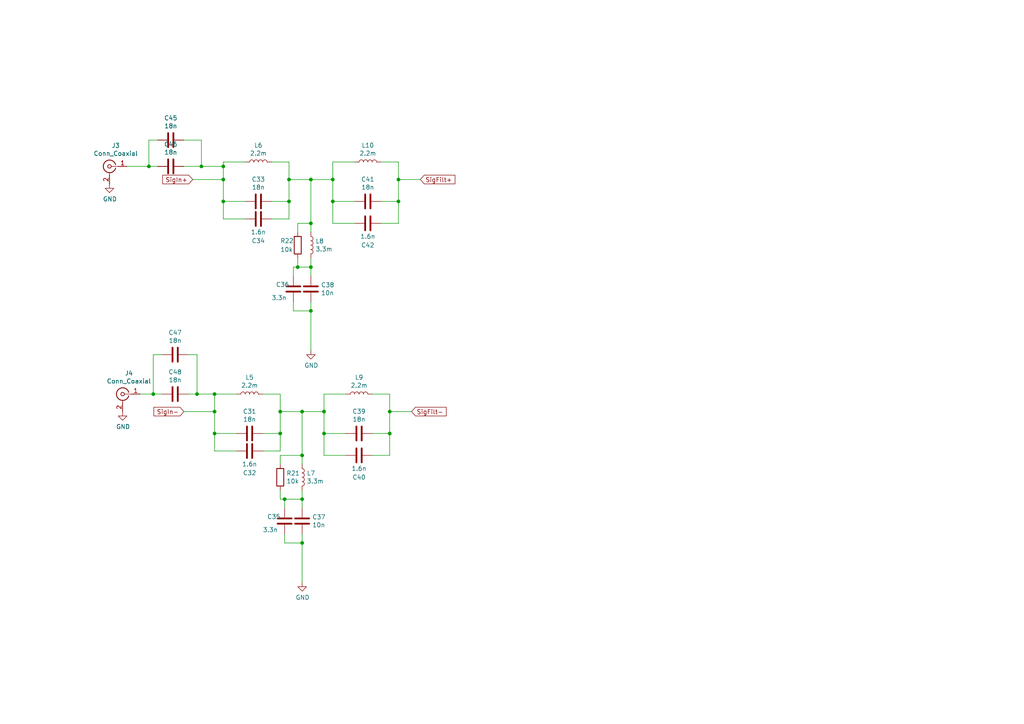
<source format=kicad_sch>
(kicad_sch (version 20211123) (generator eeschema)
  (paper "A4")
  (lib_symbols
    (symbol "Connector:Conn_Coaxial" (pin_names (offset 1.016) hide)
      (property "Reference" "J" (at 0.254 3.048 0))
      (property "Value" "Conn_Coaxial" (at 2.921 0 90))
      (symbol "Conn_Coaxial_0_1"
        (arc (start -1.778 -0.508) (mid 0.222 -1.808) (end 1.778 0) (stroke (width 0.254)))
        (polyline (pts (xy -2.54 0) (xy -0.508 0)))
        (polyline (pts (xy 0 -2.54) (xy 0 -1.778)))
        (circle (center 0 0) (radius 0.508) (stroke (width 0.2032)))
        (arc (start 1.778 0) (mid 0.2221 1.8083) (end -1.778 0.508) (stroke (width 0.254)))
      )
      (symbol "Conn_Coaxial_1_1"
        (pin passive line (at -5.08 0 0) (length 2.54) (name "In") (number "1"))
        (pin passive line (at 0 -5.08 90) (length 2.54) (name "Ext") (number "2"))
      )
    )
    (symbol "Device:C" (pin_numbers hide) (pin_names (offset 0.254))
      (property "Reference" "C" (at 0.635 2.54 0))
      (property "Value" "C" (at 0.635 -2.54 0))
      (symbol "C_0_1"
        (polyline (pts (xy -2.032 -0.762) (xy 2.032 -0.762)) (stroke (width 0.508)))
        (polyline (pts (xy -2.032 0.762) (xy 2.032 0.762)) (stroke (width 0.508)))
      )
      (symbol "C_1_1"
        (pin passive line (at 0 3.81 270) (length 2.794) (name "~") (number "1"))
        (pin passive line (at 0 -3.81 90) (length 2.794) (name "~") (number "2"))
      )
    )
    (symbol "Device:L" (pin_numbers hide) (pin_names (offset 1.016) hide)
      (property "Reference" "L" (at -1.27 0 90))
      (property "Value" "L" (at 1.905 0 90))
      (symbol "L_0_1"
        (arc (start 0 -2.54) (mid 0.635 -1.905) (end 0 -1.27))
        (arc (start 0 -1.27) (mid 0.635 -0.635) (end 0 0))
        (arc (start 0 0) (mid 0.635 0.635) (end 0 1.27))
        (arc (start 0 1.27) (mid 0.635 1.905) (end 0 2.54))
      )
      (symbol "L_1_1"
        (pin passive line (at 0 3.81 270) (length 1.27) (name "1") (number "1"))
        (pin passive line (at 0 -3.81 90) (length 1.27) (name "2") (number "2"))
      )
    )
    (symbol "Device:R" (pin_numbers hide) (pin_names (offset 0))
      (property "Reference" "R" (at 2.032 0 90))
      (property "Value" "R" (at 0 0 90))
      (symbol "R_0_1"
        (rectangle (start -1.016 -2.54) (end 1.016 2.54) (stroke (width 0.254)))
      )
      (symbol "R_1_1"
        (pin passive line (at 0 3.81 270) (length 1.27) (name "~") (number "1"))
        (pin passive line (at 0 -3.81 90) (length 1.27) (name "~") (number "2"))
      )
    )
    (symbol "power:GND" (power) (pin_names (offset 0))
      (property "Value" "GND" (at 0 -3.81 0))
      (symbol "GND_0_1"
        (polyline (pts (xy 0 0) (xy 0 -1.27) (xy 1.27 -1.27) (xy 0 -2.54) (xy -1.27 -1.27) (xy 0 -1.27)))
      )
      (symbol "GND_1_1"
        (pin power_in line (at 0 0 270) (length 0) hide (name "GND") (number "1"))
      )
    )
  )
  (junction (at 90.17 52.07))
  (junction (at 113.03 119.38))
  (junction (at 62.23 119.38))
  (junction (at 115.57 52.07))
  (junction (at 113.03 125.73))
  (junction (at 93.98 119.38))
  (junction (at 96.52 58.42))
  (junction (at 58.42 48.26))
  (junction (at 83.82 52.07))
  (junction (at 96.52 52.07))
  (junction (at 81.28 119.38))
  (junction (at 87.63 144.78))
  (junction (at 87.63 132.08))
  (junction (at 81.28 125.73))
  (junction (at 90.17 90.17))
  (junction (at 62.23 125.73))
  (junction (at 64.77 58.42))
  (junction (at 83.82 58.42))
  (junction (at 87.63 157.48))
  (junction (at 115.57 58.42))
  (junction (at 90.17 64.77))
  (junction (at 82.55 144.78))
  (junction (at 62.23 114.3))
  (junction (at 87.63 119.38))
  (junction (at 93.98 125.73))
  (junction (at 86.36 77.47))
  (junction (at 57.15 114.3))
  (junction (at 64.77 52.07))
  (junction (at 90.17 77.47))
  (junction (at 43.18 48.26))
  (junction (at 44.45 114.3))
  (junction (at 64.77 48.26))
  (wire (pts (xy 87.63 119.38) (xy 93.98 119.38)))
  (wire (pts (xy 81.28 142.24) (xy 81.28 144.78)))
  (wire (pts (xy 82.55 144.78) (xy 87.63 144.78)))
  (wire (pts (xy 110.49 58.42) (xy 115.57 58.42)))
  (wire (pts (xy 46.99 102.87) (xy 44.45 102.87)))
  (wire (pts (xy 44.45 114.3) (xy 46.99 114.3)))
  (wire (pts (xy 64.77 48.26) (xy 64.77 52.07)))
  (wire (pts (xy 83.82 58.42) (xy 83.82 52.07)))
  (wire (pts (xy 43.18 48.26) (xy 45.72 48.26)))
  (wire (pts (xy 82.55 147.32) (xy 82.55 144.78)))
  (wire (pts (xy 86.36 64.77) (xy 90.17 64.77)))
  (wire (pts (xy 81.28 125.73) (xy 81.28 119.38)))
  (wire (pts (xy 90.17 87.63) (xy 90.17 90.17)))
  (wire (pts (xy 82.55 157.48) (xy 87.63 157.48)))
  (wire (pts (xy 107.95 125.73) (xy 113.03 125.73)))
  (wire (pts (xy 62.23 119.38) (xy 62.23 125.73)))
  (wire (pts (xy 87.63 132.08) (xy 87.63 134.62)))
  (wire (pts (xy 115.57 52.07) (xy 121.92 52.07)))
  (wire (pts (xy 57.15 114.3) (xy 62.23 114.3)))
  (wire (pts (xy 83.82 52.07) (xy 83.82 46.99)))
  (wire (pts (xy 83.82 52.07) (xy 90.17 52.07)))
  (wire (pts (xy 115.57 58.42) (xy 115.57 52.07)))
  (wire (pts (xy 83.82 63.5) (xy 83.82 58.42)))
  (wire (pts (xy 115.57 52.07) (xy 115.57 46.99)))
  (wire (pts (xy 54.61 114.3) (xy 57.15 114.3)))
  (wire (pts (xy 102.87 46.99) (xy 96.52 46.99)))
  (wire (pts (xy 81.28 144.78) (xy 82.55 144.78)))
  (wire (pts (xy 93.98 119.38) (xy 93.98 125.73)))
  (wire (pts (xy 93.98 132.08) (xy 93.98 125.73)))
  (wire (pts (xy 93.98 132.08) (xy 100.33 132.08)))
  (wire (pts (xy 58.42 40.64) (xy 58.42 48.26)))
  (wire (pts (xy 85.09 90.17) (xy 90.17 90.17)))
  (wire (pts (xy 90.17 64.77) (xy 90.17 67.31)))
  (wire (pts (xy 62.23 119.38) (xy 53.34 119.38)))
  (wire (pts (xy 113.03 119.38) (xy 119.38 119.38)))
  (wire (pts (xy 81.28 114.3) (xy 76.2 114.3)))
  (wire (pts (xy 90.17 52.07) (xy 90.17 64.77)))
  (wire (pts (xy 64.77 52.07) (xy 55.88 52.07)))
  (wire (pts (xy 43.18 40.64) (xy 43.18 48.26)))
  (wire (pts (xy 85.09 80.01) (xy 85.09 77.47)))
  (wire (pts (xy 86.36 74.93) (xy 86.36 77.47)))
  (wire (pts (xy 83.82 46.99) (xy 78.74 46.99)))
  (wire (pts (xy 81.28 134.62) (xy 81.28 132.08)))
  (wire (pts (xy 115.57 64.77) (xy 115.57 58.42)))
  (wire (pts (xy 86.36 67.31) (xy 86.36 64.77)))
  (wire (pts (xy 87.63 157.48) (xy 87.63 168.91)))
  (wire (pts (xy 113.03 125.73) (xy 113.03 119.38)))
  (wire (pts (xy 64.77 58.42) (xy 71.12 58.42)))
  (wire (pts (xy 115.57 46.99) (xy 110.49 46.99)))
  (wire (pts (xy 96.52 58.42) (xy 102.87 58.42)))
  (wire (pts (xy 113.03 114.3) (xy 107.95 114.3)))
  (wire (pts (xy 86.36 77.47) (xy 90.17 77.47)))
  (wire (pts (xy 68.58 130.81) (xy 62.23 130.81)))
  (wire (pts (xy 107.95 132.08) (xy 113.03 132.08)))
  (wire (pts (xy 53.34 40.64) (xy 58.42 40.64)))
  (wire (pts (xy 62.23 125.73) (xy 68.58 125.73)))
  (wire (pts (xy 90.17 74.93) (xy 90.17 77.47)))
  (wire (pts (xy 82.55 154.94) (xy 82.55 157.48)))
  (wire (pts (xy 54.61 102.87) (xy 57.15 102.87)))
  (wire (pts (xy 62.23 114.3) (xy 62.23 119.38)))
  (wire (pts (xy 64.77 52.07) (xy 64.77 58.42)))
  (wire (pts (xy 68.58 114.3) (xy 62.23 114.3)))
  (wire (pts (xy 64.77 63.5) (xy 64.77 58.42)))
  (wire (pts (xy 71.12 63.5) (xy 64.77 63.5)))
  (wire (pts (xy 58.42 48.26) (xy 64.77 48.26)))
  (wire (pts (xy 110.49 64.77) (xy 115.57 64.77)))
  (wire (pts (xy 90.17 52.07) (xy 96.52 52.07)))
  (wire (pts (xy 85.09 87.63) (xy 85.09 90.17)))
  (wire (pts (xy 81.28 119.38) (xy 81.28 114.3)))
  (wire (pts (xy 90.17 90.17) (xy 90.17 101.6)))
  (wire (pts (xy 62.23 130.81) (xy 62.23 125.73)))
  (wire (pts (xy 76.2 125.73) (xy 81.28 125.73)))
  (wire (pts (xy 87.63 142.24) (xy 87.63 144.78)))
  (wire (pts (xy 96.52 64.77) (xy 96.52 58.42)))
  (wire (pts (xy 100.33 114.3) (xy 93.98 114.3)))
  (wire (pts (xy 90.17 77.47) (xy 90.17 80.01)))
  (wire (pts (xy 78.74 63.5) (xy 83.82 63.5)))
  (wire (pts (xy 64.77 46.99) (xy 64.77 48.26)))
  (wire (pts (xy 71.12 46.99) (xy 64.77 46.99)))
  (wire (pts (xy 96.52 64.77) (xy 102.87 64.77)))
  (wire (pts (xy 57.15 102.87) (xy 57.15 114.3)))
  (wire (pts (xy 113.03 132.08) (xy 113.03 125.73)))
  (wire (pts (xy 87.63 144.78) (xy 87.63 147.32)))
  (wire (pts (xy 45.72 40.64) (xy 43.18 40.64)))
  (wire (pts (xy 81.28 119.38) (xy 87.63 119.38)))
  (wire (pts (xy 78.74 58.42) (xy 83.82 58.42)))
  (wire (pts (xy 81.28 130.81) (xy 81.28 125.73)))
  (wire (pts (xy 44.45 102.87) (xy 44.45 114.3)))
  (wire (pts (xy 81.28 132.08) (xy 87.63 132.08)))
  (wire (pts (xy 85.09 77.47) (xy 86.36 77.47)))
  (wire (pts (xy 113.03 119.38) (xy 113.03 114.3)))
  (wire (pts (xy 87.63 119.38) (xy 87.63 132.08)))
  (wire (pts (xy 87.63 154.94) (xy 87.63 157.48)))
  (wire (pts (xy 40.64 114.3) (xy 44.45 114.3)))
  (wire (pts (xy 96.52 46.99) (xy 96.52 52.07)))
  (wire (pts (xy 93.98 114.3) (xy 93.98 119.38)))
  (wire (pts (xy 53.34 48.26) (xy 58.42 48.26)))
  (wire (pts (xy 96.52 52.07) (xy 96.52 58.42)))
  (wire (pts (xy 76.2 130.81) (xy 81.28 130.81)))
  (wire (pts (xy 93.98 125.73) (xy 100.33 125.73)))
  (wire (pts (xy 36.83 48.26) (xy 43.18 48.26)))
  (global_label "SigFilt-" (shape input) (at 119.38 119.38 0) (property "Intersheet References" "${INTERSHEET_REFS}" (effects hide)))
  (global_label "SigIn-" (shape input) (at 53.34 119.38 180) (property "Intersheet References" "${INTERSHEET_REFS}" (effects hide)))
  (global_label "SigIn+" (shape input) (at 55.88 52.07 180) (property "Intersheet References" "${INTERSHEET_REFS}" (effects hide)))
  (global_label "SigFilt+" (shape input) (at 121.92 52.07 0) (property "Intersheet References" "${INTERSHEET_REFS}" (effects hide)))
  (symbol (lib_id "Device:L") (at 74.93 46.99 90) (unit 1)
    (property "Reference" "L6" (at 74.93 42.164 90))
    (property "Value" "2.2m" (at 74.93 44.4754 90))
    (property "Footprint" "Inductor_THT:L_Radial_D7.8mm_P5.00mm_Fastron_07HCP" (effects hide))
  )
  (symbol (lib_id "Device:C") (at 74.93 58.42 270) (unit 1)
    (property "Reference" "C33" (at 74.93 52.0192 90))
    (property "Value" "18n" (at 74.93 54.3306 90))
    (property "Footprint" "Capacitor_SMD:C_1206_3216Metric" (effects hide))
  )
  (symbol (lib_id "Device:L") (at 106.68 46.99 90) (unit 1)
    (property "Reference" "L10" (at 106.68 42.164 90))
    (property "Value" "2.2m" (at 106.68 44.4754 90))
    (property "Footprint" "Inductor_THT:L_Radial_D7.8mm_P5.00mm_Fastron_07HCP" (effects hide))
  )
  (symbol (lib_id "Device:C") (at 106.68 58.42 270) (unit 1)
    (property "Reference" "C41" (at 106.68 52.0192 90))
    (property "Value" "18n" (at 106.68 54.3306 90))
    (property "Footprint" "Capacitor_SMD:C_1206_3216Metric" (effects hide))
  )
  (symbol (lib_id "Device:L") (at 90.17 71.12 0) (unit 1)
    (property "Reference" "L8" (at 91.4908 69.9516 0) (effects (justify left)))
    (property "Value" "3.3m" (at 91.4908 72.263 0) (effects (justify left)))
    (property "Footprint" "Inductor_THT:L_Radial_D7.8mm_P5.00mm_Fastron_07HCP" (effects hide))
  )
  (symbol (lib_id "Device:C") (at 90.17 83.82 180) (unit 1)
    (property "Reference" "C38" (at 93.091 82.6516 0) (effects (justify right)))
    (property "Value" "10n" (at 93.091 84.963 0) (effects (justify right)))
    (property "Footprint" "Capacitor_SMD:C_1206_3216Metric" (effects hide))
  )
  (symbol (lib_id "power:GND") (at 90.17 101.6 0) (unit 1)
    (property "Reference" "#PWR0151" (effects hide))
    (property "Value" "GND" (at 90.297 105.9942 0))
  )
  (symbol (lib_id "Device:R") (at 86.36 71.12 0) (unit 1)
    (property "Reference" "R22" (at 81.28 69.85 0) (effects (justify left)))
    (property "Value" "10k" (at 81.28 72.39 0) (effects (justify left)))
    (property "Footprint" "Resistor_SMD:R_1206_3216Metric" (effects hide))
  )
  (symbol (lib_id "Device:C") (at 74.93 63.5 90) (unit 1)
    (property "Reference" "C34" (at 74.93 69.85 90))
    (property "Value" "1.6n" (at 74.93 67.31 90))
    (property "Footprint" "Capacitor_SMD:C_1206_3216Metric" (effects hide))
  )
  (symbol (lib_id "Device:C") (at 106.68 64.77 90) (unit 1)
    (property "Reference" "C42" (at 106.68 71.12 90))
    (property "Value" "1.6n" (at 106.68 68.58 90))
    (property "Footprint" "Capacitor_SMD:C_1206_3216Metric" (effects hide))
  )
  (symbol (lib_id "Device:C") (at 85.09 83.82 180) (unit 1)
    (property "Reference" "C36" (at 80.01 82.55 0) (effects (justify right)))
    (property "Value" "3.3n" (at 78.74 86.36 0) (effects (justify right)))
    (property "Footprint" "Capacitor_SMD:C_1206_3216Metric" (effects hide))
  )
  (symbol (lib_id "Device:L") (at 72.39 114.3 90) (unit 1)
    (property "Reference" "L5" (at 72.39 109.474 90))
    (property "Value" "2.2m" (at 72.39 111.7854 90))
    (property "Footprint" "Inductor_THT:L_Radial_D7.8mm_P5.00mm_Fastron_07HCP" (effects hide))
  )
  (symbol (lib_id "Device:C") (at 72.39 125.73 270) (unit 1)
    (property "Reference" "C31" (at 72.39 119.3292 90))
    (property "Value" "18n" (at 72.39 121.6406 90))
    (property "Footprint" "Capacitor_SMD:C_1206_3216Metric" (effects hide))
  )
  (symbol (lib_id "Device:L") (at 104.14 114.3 90) (unit 1)
    (property "Reference" "L9" (at 104.14 109.474 90))
    (property "Value" "2.2m" (at 104.14 111.7854 90))
    (property "Footprint" "Inductor_THT:L_Radial_D7.8mm_P5.00mm_Fastron_07HCP" (effects hide))
  )
  (symbol (lib_id "Device:C") (at 104.14 125.73 270) (unit 1)
    (property "Reference" "C39" (at 104.14 119.3292 90))
    (property "Value" "18n" (at 104.14 121.6406 90))
    (property "Footprint" "Capacitor_SMD:C_1206_3216Metric" (effects hide))
  )
  (symbol (lib_id "Device:L") (at 87.63 138.43 0) (unit 1)
    (property "Reference" "L7" (at 88.9508 137.2616 0) (effects (justify left)))
    (property "Value" "3.3m" (at 88.9508 139.573 0) (effects (justify left)))
    (property "Footprint" "Inductor_THT:L_Radial_D7.8mm_P5.00mm_Fastron_07HCP" (effects hide))
  )
  (symbol (lib_id "Device:C") (at 87.63 151.13 180) (unit 1)
    (property "Reference" "C37" (at 90.551 149.9616 0) (effects (justify right)))
    (property "Value" "10n" (at 90.551 152.273 0) (effects (justify right)))
    (property "Footprint" "Capacitor_SMD:C_1206_3216Metric" (effects hide))
  )
  (symbol (lib_id "power:GND") (at 87.63 168.91 0) (unit 1)
    (property "Reference" "#PWR0152" (effects hide))
    (property "Value" "GND" (at 87.757 173.3042 0))
  )
  (symbol (lib_id "Device:R") (at 81.28 138.43 0) (unit 1)
    (property "Reference" "R21" (at 83.058 137.2616 0) (effects (justify left)))
    (property "Value" "10k" (at 83.058 139.573 0) (effects (justify left)))
    (property "Footprint" "Resistor_SMD:R_1206_3216Metric" (effects hide))
  )
  (symbol (lib_id "Device:C") (at 72.39 130.81 90) (unit 1)
    (property "Reference" "C32" (at 72.39 137.16 90))
    (property "Value" "1.6n" (at 72.39 134.62 90))
    (property "Footprint" "Capacitor_SMD:C_1206_3216Metric" (effects hide))
  )
  (symbol (lib_id "Device:C") (at 104.14 132.08 90) (unit 1)
    (property "Reference" "C40" (at 104.14 138.43 90))
    (property "Value" "1.6n" (at 104.14 135.89 90))
    (property "Footprint" "Capacitor_SMD:C_1206_3216Metric" (effects hide))
  )
  (symbol (lib_id "Device:C") (at 82.55 151.13 180) (unit 1)
    (property "Reference" "C35" (at 77.47 149.86 0) (effects (justify right)))
    (property "Value" "3.3n" (at 76.2 153.67 0) (effects (justify right)))
    (property "Footprint" "Capacitor_SMD:C_1206_3216Metric" (effects hide))
  )
  (symbol (lib_id "Connector:Conn_Coaxial") (at 31.75 48.26 0) (mirror y) (unit 1)
    (property "Reference" "J3" (at 33.5788 42.2148 0))
    (property "Value" "Conn_Coaxial" (at 33.5788 44.5262 0))
    (property "Footprint" "Connector_Coaxial:BNC_TEConnectivity_1478204_Vertical" (effects hide))
    (property "Datasheet" " ~" (effects hide))
  )
  (symbol (lib_id "Connector:Conn_Coaxial") (at 35.56 114.3 0) (mirror y) (unit 1)
    (property "Reference" "J4" (at 37.3888 108.2548 0))
    (property "Value" "Conn_Coaxial" (at 37.3888 110.5662 0))
    (property "Footprint" "Connector_Coaxial:BNC_TEConnectivity_1478204_Vertical" (effects hide))
    (property "Datasheet" " ~" (effects hide))
  )
  (symbol (lib_id "power:GND") (at 35.56 119.38 0) (unit 1)
    (property "Reference" "#PWR0153" (effects hide))
    (property "Value" "GND" (at 35.687 123.7742 0))
  )
  (symbol (lib_id "power:GND") (at 31.75 53.34 0) (unit 1)
    (property "Reference" "#PWR0154" (effects hide))
    (property "Value" "GND" (at 31.877 57.7342 0))
  )
  (symbol (lib_id "Device:C") (at 49.53 48.26 270) (unit 1)
    (property "Reference" "C46" (at 49.53 41.8592 90))
    (property "Value" "18n" (at 49.53 44.1706 90))
    (property "Footprint" "Capacitor_SMD:C_1206_3216Metric" (effects hide))
  )
  (symbol (lib_id "Device:C") (at 49.53 40.64 270) (unit 1)
    (property "Reference" "C45" (at 49.53 34.2392 90))
    (property "Value" "18n" (at 49.53 36.5506 90))
    (property "Footprint" "Capacitor_SMD:C_1206_3216Metric" (effects hide))
  )
  (symbol (lib_id "Device:C") (at 50.8 114.3 270) (unit 1)
    (property "Reference" "C48" (at 50.8 107.8992 90))
    (property "Value" "18n" (at 50.8 110.2106 90))
    (property "Footprint" "Capacitor_SMD:C_1206_3216Metric" (effects hide))
  )
  (symbol (lib_id "Device:C") (at 50.8 102.87 270) (unit 1)
    (property "Reference" "C47" (at 50.8 96.4692 90))
    (property "Value" "18n" (at 50.8 98.7806 90))
    (property "Footprint" "Capacitor_SMD:C_1206_3216Metric" (effects hide))
  )
)
</source>
